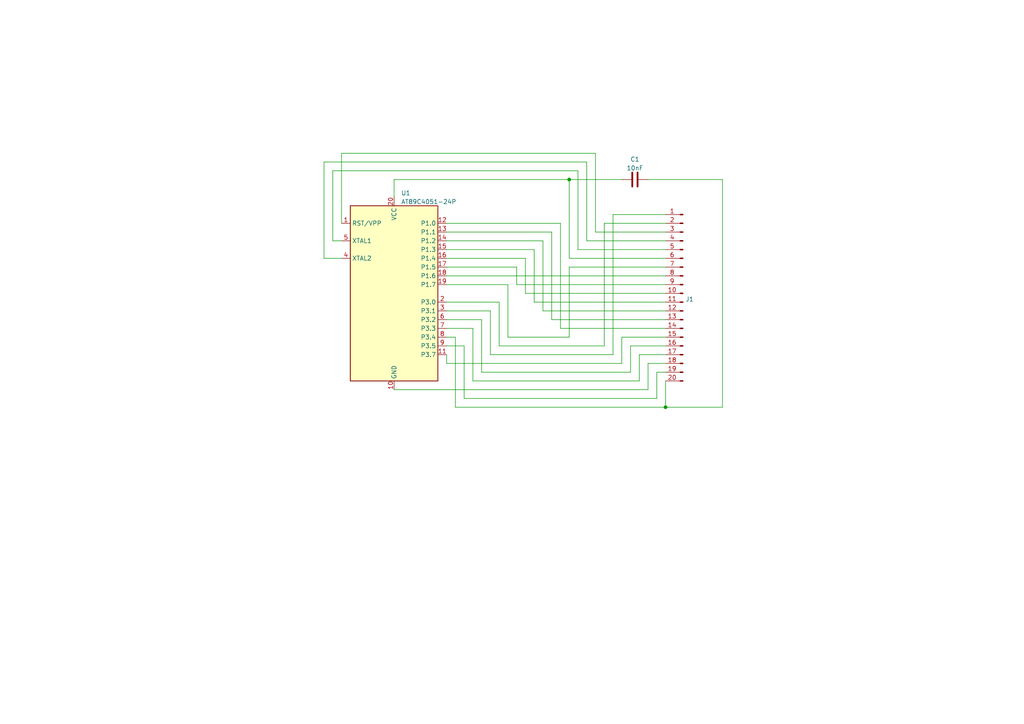
<source format=kicad_sch>
(kicad_sch (version 20211123) (generator eeschema)
  (paper "A4")
  (lib_symbols
    (symbol "Connector:Conn_01x20_Male" (pin_names (offset 1.016) hide)
      (property "Reference" "J" (at 0 25.4 0))
      (property "Value" "Conn_01x20_Male" (at 0 -27.94 0))
      (symbol "Conn_01x20_Male_1_1"
        (polyline (pts (xy 1.27 -25.4) (xy 0.8636 -25.4)) (stroke (width 0.1524)))
        (polyline (pts (xy 1.27 -22.86) (xy 0.8636 -22.86)) (stroke (width 0.1524)))
        (polyline (pts (xy 1.27 -20.32) (xy 0.8636 -20.32)) (stroke (width 0.1524)))
        (polyline (pts (xy 1.27 -17.78) (xy 0.8636 -17.78)) (stroke (width 0.1524)))
        (polyline (pts (xy 1.27 -15.24) (xy 0.8636 -15.24)) (stroke (width 0.1524)))
        (polyline (pts (xy 1.27 -12.7) (xy 0.8636 -12.7)) (stroke (width 0.1524)))
        (polyline (pts (xy 1.27 -10.16) (xy 0.8636 -10.16)) (stroke (width 0.1524)))
        (polyline (pts (xy 1.27 -7.62) (xy 0.8636 -7.62)) (stroke (width 0.1524)))
        (polyline (pts (xy 1.27 -5.08) (xy 0.8636 -5.08)) (stroke (width 0.1524)))
        (polyline (pts (xy 1.27 -2.54) (xy 0.8636 -2.54)) (stroke (width 0.1524)))
        (polyline (pts (xy 1.27 0) (xy 0.8636 0)) (stroke (width 0.1524)))
        (polyline (pts (xy 1.27 2.54) (xy 0.8636 2.54)) (stroke (width 0.1524)))
        (polyline (pts (xy 1.27 5.08) (xy 0.8636 5.08)) (stroke (width 0.1524)))
        (polyline (pts (xy 1.27 7.62) (xy 0.8636 7.62)) (stroke (width 0.1524)))
        (polyline (pts (xy 1.27 10.16) (xy 0.8636 10.16)) (stroke (width 0.1524)))
        (polyline (pts (xy 1.27 12.7) (xy 0.8636 12.7)) (stroke (width 0.1524)))
        (polyline (pts (xy 1.27 15.24) (xy 0.8636 15.24)) (stroke (width 0.1524)))
        (polyline (pts (xy 1.27 17.78) (xy 0.8636 17.78)) (stroke (width 0.1524)))
        (polyline (pts (xy 1.27 20.32) (xy 0.8636 20.32)) (stroke (width 0.1524)))
        (polyline (pts (xy 1.27 22.86) (xy 0.8636 22.86)) (stroke (width 0.1524)))
        (rectangle (start 0.8636 -25.273) (end 0 -25.527) (stroke (width 0.1524)) (fill (type outline)))
        (rectangle (start 0.8636 -22.733) (end 0 -22.987) (stroke (width 0.1524)) (fill (type outline)))
        (rectangle (start 0.8636 -20.193) (end 0 -20.447) (stroke (width 0.1524)) (fill (type outline)))
        (rectangle (start 0.8636 -17.653) (end 0 -17.907) (stroke (width 0.1524)) (fill (type outline)))
        (rectangle (start 0.8636 -15.113) (end 0 -15.367) (stroke (width 0.1524)) (fill (type outline)))
        (rectangle (start 0.8636 -12.573) (end 0 -12.827) (stroke (width 0.1524)) (fill (type outline)))
        (rectangle (start 0.8636 -10.033) (end 0 -10.287) (stroke (width 0.1524)) (fill (type outline)))
        (rectangle (start 0.8636 -7.493) (end 0 -7.747) (stroke (width 0.1524)) (fill (type outline)))
        (rectangle (start 0.8636 -4.953) (end 0 -5.207) (stroke (width 0.1524)) (fill (type outline)))
        (rectangle (start 0.8636 -2.413) (end 0 -2.667) (stroke (width 0.1524)) (fill (type outline)))
        (rectangle (start 0.8636 0.127) (end 0 -0.127) (stroke (width 0.1524)) (fill (type outline)))
        (rectangle (start 0.8636 2.667) (end 0 2.413) (stroke (width 0.1524)) (fill (type outline)))
        (rectangle (start 0.8636 5.207) (end 0 4.953) (stroke (width 0.1524)) (fill (type outline)))
        (rectangle (start 0.8636 7.747) (end 0 7.493) (stroke (width 0.1524)) (fill (type outline)))
        (rectangle (start 0.8636 10.287) (end 0 10.033) (stroke (width 0.1524)) (fill (type outline)))
        (rectangle (start 0.8636 12.827) (end 0 12.573) (stroke (width 0.1524)) (fill (type outline)))
        (rectangle (start 0.8636 15.367) (end 0 15.113) (stroke (width 0.1524)) (fill (type outline)))
        (rectangle (start 0.8636 17.907) (end 0 17.653) (stroke (width 0.1524)) (fill (type outline)))
        (rectangle (start 0.8636 20.447) (end 0 20.193) (stroke (width 0.1524)) (fill (type outline)))
        (rectangle (start 0.8636 22.987) (end 0 22.733) (stroke (width 0.1524)) (fill (type outline)))
        (pin passive line (at 5.08 22.86 180) (length 3.81) (name "Pin_1") (number "1"))
        (pin passive line (at 5.08 0 180) (length 3.81) (name "Pin_10") (number "10"))
        (pin passive line (at 5.08 -2.54 180) (length 3.81) (name "Pin_11") (number "11"))
        (pin passive line (at 5.08 -5.08 180) (length 3.81) (name "Pin_12") (number "12"))
        (pin passive line (at 5.08 -7.62 180) (length 3.81) (name "Pin_13") (number "13"))
        (pin passive line (at 5.08 -10.16 180) (length 3.81) (name "Pin_14") (number "14"))
        (pin passive line (at 5.08 -12.7 180) (length 3.81) (name "Pin_15") (number "15"))
        (pin passive line (at 5.08 -15.24 180) (length 3.81) (name "Pin_16") (number "16"))
        (pin passive line (at 5.08 -17.78 180) (length 3.81) (name "Pin_17") (number "17"))
        (pin passive line (at 5.08 -20.32 180) (length 3.81) (name "Pin_18") (number "18"))
        (pin passive line (at 5.08 -22.86 180) (length 3.81) (name "Pin_19") (number "19"))
        (pin passive line (at 5.08 20.32 180) (length 3.81) (name "Pin_2") (number "2"))
        (pin passive line (at 5.08 -25.4 180) (length 3.81) (name "Pin_20") (number "20"))
        (pin passive line (at 5.08 17.78 180) (length 3.81) (name "Pin_3") (number "3"))
        (pin passive line (at 5.08 15.24 180) (length 3.81) (name "Pin_4") (number "4"))
        (pin passive line (at 5.08 12.7 180) (length 3.81) (name "Pin_5") (number "5"))
        (pin passive line (at 5.08 10.16 180) (length 3.81) (name "Pin_6") (number "6"))
        (pin passive line (at 5.08 7.62 180) (length 3.81) (name "Pin_7") (number "7"))
        (pin passive line (at 5.08 5.08 180) (length 3.81) (name "Pin_8") (number "8"))
        (pin passive line (at 5.08 2.54 180) (length 3.81) (name "Pin_9") (number "9"))
      )
    )
    (symbol "Device:C" (pin_numbers hide) (pin_names (offset 0.254))
      (property "Reference" "C" (at 0.635 2.54 0))
      (property "Value" "C" (at 0.635 -2.54 0))
      (symbol "C_0_1"
        (polyline (pts (xy -2.032 -0.762) (xy 2.032 -0.762)) (stroke (width 0.508)))
        (polyline (pts (xy -2.032 0.762) (xy 2.032 0.762)) (stroke (width 0.508)))
      )
      (symbol "C_1_1"
        (pin passive line (at 0 3.81 270) (length 2.794) (name "~") (number "1"))
        (pin passive line (at 0 -3.81 90) (length 2.794) (name "~") (number "2"))
      )
    )
    (symbol "MCU_Microchip_8051:AT89C4051-24P"
      (property "Reference" "U" (at -12.7 26.67 0))
      (property "Value" "AT89C4051-24P" (at 2.54 -26.67 0))
      (symbol "AT89C4051-24P_0_1"
        (rectangle (start -12.7 -25.4) (end 12.7 25.4) (stroke (width 0.254)) (fill (type background)))
      )
      (symbol "AT89C4051-24P_1_1"
        (pin input line (at -15.24 20.32 0) (length 2.54) (name "RST/VPP") (number "1"))
        (pin power_in line (at 0 -27.94 90) (length 2.54) (name "GND") (number "10"))
        (pin bidirectional line (at 15.24 -17.78 180) (length 2.54) (name "P3.7") (number "11"))
        (pin bidirectional line (at 15.24 20.32 180) (length 2.54) (name "P1.0") (number "12"))
        (pin bidirectional line (at 15.24 17.78 180) (length 2.54) (name "P1.1") (number "13"))
        (pin bidirectional line (at 15.24 15.24 180) (length 2.54) (name "P1.2") (number "14"))
        (pin bidirectional line (at 15.24 12.7 180) (length 2.54) (name "P1.3") (number "15"))
        (pin bidirectional line (at 15.24 10.16 180) (length 2.54) (name "P1.4") (number "16"))
        (pin bidirectional line (at 15.24 7.62 180) (length 2.54) (name "P1.5") (number "17"))
        (pin bidirectional line (at 15.24 5.08 180) (length 2.54) (name "P1.6") (number "18"))
        (pin bidirectional line (at 15.24 2.54 180) (length 2.54) (name "P1.7") (number "19"))
        (pin bidirectional line (at 15.24 -2.54 180) (length 2.54) (name "P3.0") (number "2"))
        (pin power_in line (at 0 27.94 270) (length 2.54) (name "VCC") (number "20"))
        (pin bidirectional line (at 15.24 -5.08 180) (length 2.54) (name "P3.1") (number "3"))
        (pin output line (at -15.24 10.16 0) (length 2.54) (name "XTAL2") (number "4"))
        (pin input line (at -15.24 15.24 0) (length 2.54) (name "XTAL1") (number "5"))
        (pin bidirectional line (at 15.24 -7.62 180) (length 2.54) (name "P3.2") (number "6"))
        (pin bidirectional line (at 15.24 -10.16 180) (length 2.54) (name "P3.3") (number "7"))
        (pin bidirectional line (at 15.24 -12.7 180) (length 2.54) (name "P3.4") (number "8"))
        (pin bidirectional line (at 15.24 -15.24 180) (length 2.54) (name "P3.5") (number "9"))
      )
    )
  )
  (junction (at 193.04 118.11))
  (junction (at 165.1 52.07))
  (wire (pts (xy 134.62 115.57) (xy 190.5 115.57)))
  (wire (pts (xy 165.1 77.47) (xy 193.04 77.47)))
  (wire (pts (xy 177.8 62.23) (xy 193.04 62.23)))
  (wire (pts (xy 142.24 102.87) (xy 177.8 102.87)))
  (wire (pts (xy 175.26 100.33) (xy 175.26 64.77)))
  (wire (pts (xy 114.3 113.03) (xy 187.96 113.03)))
  (wire (pts (xy 209.55 52.07) (xy 209.55 118.11)))
  (wire (pts (xy 154.94 72.39) (xy 154.94 87.63)))
  (wire (pts (xy 180.34 97.79) (xy 193.04 97.79)))
  (wire (pts (xy 177.8 102.87) (xy 177.8 62.23)))
  (wire (pts (xy 139.7 107.95) (xy 182.88 107.95)))
  (wire (pts (xy 180.34 97.79) (xy 180.34 105.41)))
  (wire (pts (xy 129.54 102.87) (xy 129.54 105.41)))
  (wire (pts (xy 172.72 44.45) (xy 172.72 67.31)))
  (wire (pts (xy 170.18 46.99) (xy 170.18 69.85)))
  (wire (pts (xy 157.48 69.85) (xy 157.48 90.17)))
  (wire (pts (xy 167.64 72.39) (xy 193.04 72.39)))
  (wire (pts (xy 129.54 90.17) (xy 142.24 90.17)))
  (wire (pts (xy 129.54 95.25) (xy 137.16 95.25)))
  (wire (pts (xy 167.64 49.53) (xy 167.64 72.39)))
  (wire (pts (xy 172.72 67.31) (xy 193.04 67.31)))
  (wire (pts (xy 129.54 100.33) (xy 134.62 100.33)))
  (wire (pts (xy 149.86 82.55) (xy 193.04 82.55)))
  (wire (pts (xy 129.54 80.01) (xy 193.04 80.01)))
  (wire (pts (xy 190.5 107.95) (xy 193.04 107.95)))
  (wire (pts (xy 187.96 105.41) (xy 193.04 105.41)))
  (wire (pts (xy 147.32 97.79) (xy 165.1 97.79)))
  (wire (pts (xy 129.54 87.63) (xy 144.78 87.63)))
  (wire (pts (xy 154.94 87.63) (xy 193.04 87.63)))
  (wire (pts (xy 96.52 69.85) (xy 96.52 49.53)))
  (wire (pts (xy 129.54 92.71) (xy 139.7 92.71)))
  (wire (pts (xy 182.88 107.95) (xy 182.88 100.33)))
  (wire (pts (xy 132.08 97.79) (xy 132.08 118.11)))
  (wire (pts (xy 152.4 85.09) (xy 193.04 85.09)))
  (wire (pts (xy 165.1 97.79) (xy 165.1 77.47)))
  (wire (pts (xy 93.98 74.93) (xy 93.98 46.99)))
  (wire (pts (xy 99.06 64.77) (xy 99.06 44.45)))
  (wire (pts (xy 137.16 110.49) (xy 185.42 110.49)))
  (wire (pts (xy 185.42 102.87) (xy 193.04 102.87)))
  (wire (pts (xy 209.55 118.11) (xy 193.04 118.11)))
  (wire (pts (xy 142.24 90.17) (xy 142.24 102.87)))
  (wire (pts (xy 99.06 44.45) (xy 172.72 44.45)))
  (wire (pts (xy 149.86 77.47) (xy 149.86 82.55)))
  (wire (pts (xy 175.26 64.77) (xy 193.04 64.77)))
  (wire (pts (xy 144.78 87.63) (xy 144.78 100.33)))
  (wire (pts (xy 139.7 92.71) (xy 139.7 107.95)))
  (wire (pts (xy 96.52 49.53) (xy 167.64 49.53)))
  (wire (pts (xy 187.96 105.41) (xy 187.96 113.03)))
  (wire (pts (xy 129.54 97.79) (xy 132.08 97.79)))
  (wire (pts (xy 93.98 46.99) (xy 170.18 46.99)))
  (wire (pts (xy 129.54 69.85) (xy 157.48 69.85)))
  (wire (pts (xy 129.54 64.77) (xy 162.56 64.77)))
  (wire (pts (xy 160.02 67.31) (xy 160.02 92.71)))
  (wire (pts (xy 187.96 52.07) (xy 209.55 52.07)))
  (wire (pts (xy 162.56 64.77) (xy 162.56 95.25)))
  (wire (pts (xy 129.54 74.93) (xy 152.4 74.93)))
  (wire (pts (xy 193.04 118.11) (xy 193.04 110.49)))
  (wire (pts (xy 160.02 92.71) (xy 193.04 92.71)))
  (wire (pts (xy 132.08 118.11) (xy 193.04 118.11)))
  (wire (pts (xy 165.1 74.93) (xy 193.04 74.93)))
  (wire (pts (xy 162.56 95.25) (xy 193.04 95.25)))
  (wire (pts (xy 129.54 105.41) (xy 180.34 105.41)))
  (wire (pts (xy 157.48 90.17) (xy 193.04 90.17)))
  (wire (pts (xy 93.98 74.93) (xy 99.06 74.93)))
  (wire (pts (xy 129.54 82.55) (xy 147.32 82.55)))
  (wire (pts (xy 144.78 100.33) (xy 175.26 100.33)))
  (wire (pts (xy 190.5 115.57) (xy 190.5 107.95)))
  (wire (pts (xy 182.88 100.33) (xy 193.04 100.33)))
  (wire (pts (xy 170.18 69.85) (xy 193.04 69.85)))
  (wire (pts (xy 165.1 52.07) (xy 180.34 52.07)))
  (wire (pts (xy 152.4 74.93) (xy 152.4 85.09)))
  (wire (pts (xy 165.1 52.07) (xy 165.1 74.93)))
  (wire (pts (xy 134.62 100.33) (xy 134.62 115.57)))
  (wire (pts (xy 114.3 57.15) (xy 114.3 52.07)))
  (wire (pts (xy 114.3 52.07) (xy 165.1 52.07)))
  (wire (pts (xy 96.52 69.85) (xy 99.06 69.85)))
  (wire (pts (xy 129.54 77.47) (xy 149.86 77.47)))
  (wire (pts (xy 129.54 72.39) (xy 154.94 72.39)))
  (wire (pts (xy 147.32 82.55) (xy 147.32 97.79)))
  (wire (pts (xy 137.16 95.25) (xy 137.16 110.49)))
  (wire (pts (xy 185.42 110.49) (xy 185.42 102.87)))
  (wire (pts (xy 129.54 67.31) (xy 160.02 67.31)))
  (symbol (lib_id "MCU_Microchip_8051:AT89C4051-24P") (at 114.3 85.09 0) (unit 1)
    (property "Reference" "U1" (at 116.3194 55.9902 0) (effects (justify left)))
    (property "Value" "AT89C4051-24P" (at 116.3194 58.5271 0) (effects (justify left)))
    (property "Footprint" "Package_DIP:DIP-20_W7.62mm_Socket_LongPads" (effects hide))
    (property "Datasheet" "http://ww1.microchip.com/downloads/en/DeviceDoc/doc1001.pdf" (effects hide))
  )
  (symbol (lib_id "Device:C") (at 184.15 52.07 90) (unit 1)
    (property "Reference" "C1" (at 184.15 46.2112 90))
    (property "Value" "10nF" (at 184.15 48.7481 90))
    (property "Footprint" "Capacitor_THT:C_Disc_D3.0mm_W2.0mm_P2.50mm" (effects hide))
  )
  (symbol (lib_id "Connector:Conn_01x20_Male") (at 198.12 85.09 0) (mirror y) (unit 1)
    (property "Reference" "J1" (at 198.8312 86.7938 0) (effects (justify right)))
    (property "Value" "Conn_01x20_Male" (effects hide))
    (property "Footprint" "Connector_PinHeader_2.54mm:PinHeader_1x20_P2.54mm_Vertical" (effects hide))
  )
)
</source>
